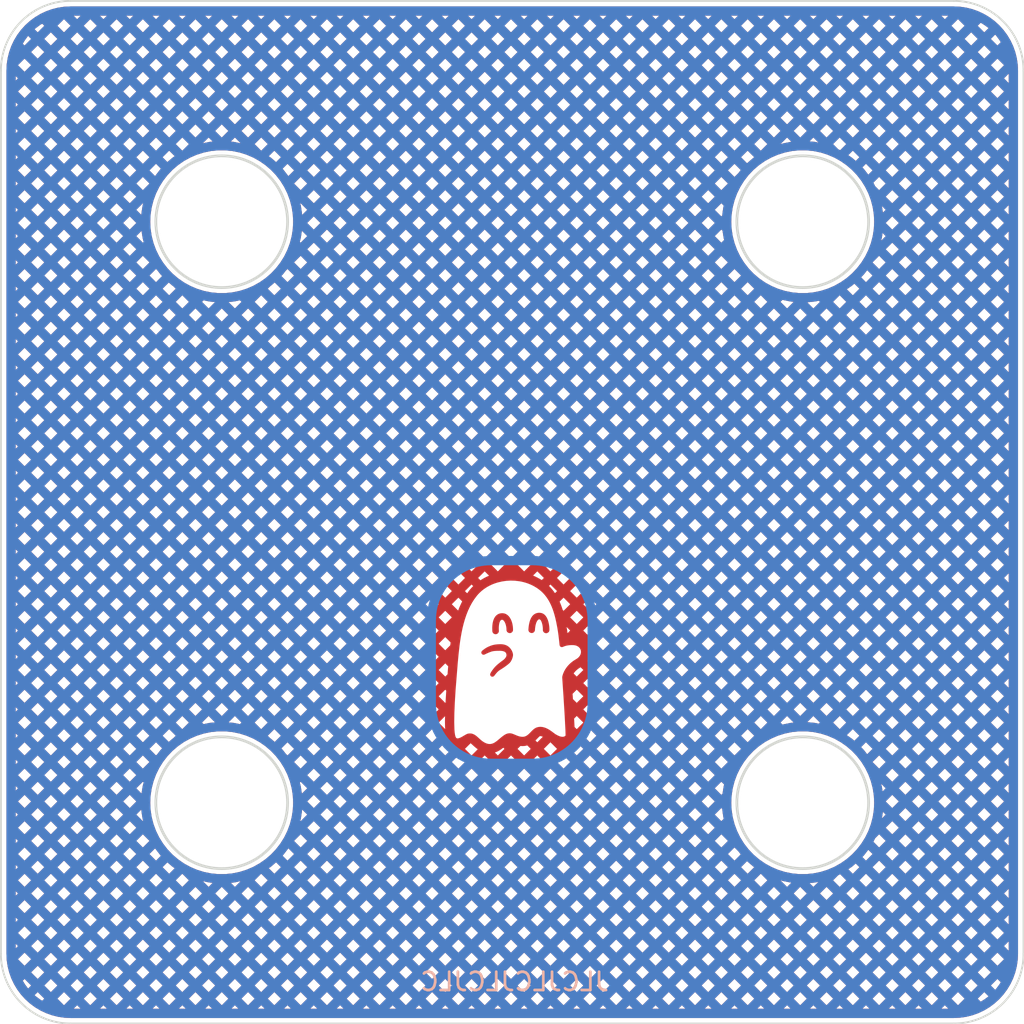
<source format=kicad_pcb>
(kicad_pcb (version 20221018) (generator pcbnew)
  (layers (0 "F.Cu" signal) (31 "B.Cu" signal) (34 "B.Paste" user) (35 "F.Paste" user) (36 "B.SilkS" user "B.Silkscreen") (37 "F.SilkS" user "F.Silkscreen") (38 "B.Mask" user) (39 "F.Mask" user) (44 "Edge.Cuts" user))
  (net 0 "")
  (gr_arc (start 168.275 99.06) (mid 165.580923 97.944077) (end 164.465 95.25) (stroke (width 0.1)) (layer "Edge.Cuts"))
  (gr_arc (start 220.345 95.25) (mid 219.229077 97.944077) (end 216.535 99.06) (stroke (width 0.1)) (layer "Edge.Cuts"))
  (gr_circle (center 208.28 86.995) (end 211.88 86.995) (stroke (width 0.15)) (fill none) (layer "Edge.Cuts"))
  (gr_line (start 168.275 43.18) (end 216.535 43.18) (stroke (width 0.1)) (layer "Edge.Cuts"))
  (gr_line (start 216.535 99.06) (end 168.275 99.06) (stroke (width 0.1)) (layer "Edge.Cuts"))
  (gr_circle (center 176.53 86.995) (end 180.13 86.995) (stroke (width 0.15)) (fill none) (layer "Edge.Cuts"))
  (gr_circle (center 176.53 55.245) (end 180.13 55.245) (stroke (width 0.15)) (fill none) (layer "Edge.Cuts"))
  (gr_arc (start 164.465 46.99) (mid 165.580923 44.295923) (end 168.275 43.18) (stroke (width 0.1)) (layer "Edge.Cuts"))
  (gr_circle (center 208.28 55.245) (end 211.88 55.245) (stroke (width 0.15)) (fill none) (layer "Edge.Cuts"))
  (gr_arc (start 216.535 43.18) (mid 219.229077 44.295923) (end 220.345 46.99) (stroke (width 0.1)) (layer "Edge.Cuts"))
  (gr_line (start 164.465 95.25) (end 164.465 46.99) (stroke (width 0.1)) (layer "Edge.Cuts"))
  (gr_line (start 220.345 46.99) (end 220.345 95.25) (stroke (width 0.1)) (layer "Edge.Cuts"))
  (gr_text "JLCJLCJLCJLC\n" (at 192.532 96.774) (layer "B.SilkS") (effects (font (size 1 1)) (justify mirror)))
  (zone (net 0) (net_name "") (layer "F.Cu") (connect_pads (clearance 0)) (min_thickness 0.25)
    (keepout (tracks not_allowed) (vias not_allowed) (pads not_allowed) (copperpour not_allowed) (footprints allowed))
    (fill (thermal_gap 0.5) (thermal_bridge_width 0.5) (island_removal_mode 1) (island_area_min 10))
    (polygon (pts (xy 192.557653 74.863903) (xy 192.792034 74.89158) (xy 192.907975 74.913114) (xy 193.022734 74.9398) (xy 193.136049 74.971658) (xy 193.247659 75.008702) (xy 193.357302 75.050951) (xy 193.464715 75.098423) (xy 193.569637 75.151133) (xy 193.671806 75.209099) (xy 193.770961 75.272338) (xy 193.866839 75.340868) (xy 193.983541 75.436448) (xy 194.090454 75.538847) (xy 194.188121 75.647547) (xy 194.277085 75.762031) (xy 194.357891 75.881782) (xy 194.431081 76.006281) (xy 194.4972 76.135012) (xy 194.556791 76.267457) (xy 194.610397 76.403098) (xy 194.658563 76.541419) (xy 194.701832 76.681901) (xy 194.740748 76.824028) (xy 194.775854 76.967281) (xy 194.807693 77.111143) (xy 194.863749 77.398625) (xy 194.886959 77.533294) (xy 194.907873 77.668372) (xy 194.926816 77.80378) (xy 194.944116 77.939437) (xy 194.975091 78.211171) (xy 195.003409 78.482927) (xy 195.006244 78.509672) (xy 195.008735 78.531694) (xy 195.010905 78.549405) (xy 195.012776 78.56322) (xy 195.01437 78.573552) (xy 195.015709 78.580816) (xy 195.016815 78.585424) (xy 195.017288 78.586862) (xy 195.017711 78.587791) (xy 195.018087 78.588264) (xy 195.018419 78.588331) (xy 195.018709 78.588044) (xy 195.01896 78.587456) (xy 195.019358 78.58558) (xy 195.019633 78.583118) (xy 195.019959 78.575677) (xy 195.03048 78.566483) (xy 195.062406 78.542418) (xy 195.086566 78.526457) (xy 195.11628 78.508759) (xy 195.151617 78.489981) (xy 195.192644 78.470783) (xy 195.239429 78.451825) (xy 195.292041 78.433767) (xy 195.350546 78.417268) (xy 195.415014 78.402988) (xy 195.485511 78.391586) (xy 195.562105 78.383723) (xy 195.644865 78.380057) (xy 195.733857 78.381248) (xy 195.778752 78.384591) (xy 195.821288 78.390689) (xy 195.861443 78.399398) (xy 195.899194 78.41058) (xy 195.934519 78.424093) (xy 195.967393 78.439797) (xy 195.997796 78.457549) (xy 196.025702 78.477211) (xy 196.051091 78.498641) (xy 196.073939 78.521697) (xy 196.094222 78.54624) (xy 196.111919 78.572129) (xy 196.127006 78.599222) (xy 196.139461 78.62738) (xy 196.149261 78.65646) (xy 196.156382 78.686323) (xy 196.160802 78.716827) (xy 196.162499 78.747832) (xy 196.161448 78.779197) (xy 196.157629 78.810781) (xy 196.151016 78.842443) (xy 196.141589 78.874043) (xy 196.129323 78.90544) (xy 196.114197 78.936493) (xy 196.096186 78.96706) (xy 196.075269 78.997002) (xy 196.051423 79.026178) (xy 196.024624 79.054446) (xy 195.99485 79.081666) (xy 195.962078 79.107697) (xy 195.926285 79.132399) (xy 195.887448 79.15563) (xy 195.815658 79.197917) (xy 195.746473 79.243428) (xy 195.680042 79.292001) (xy 195.616516 79.343473) (xy 195.556046 79.397681) (xy 195.498782 79.454464) (xy 195.444874 79.513658) (xy 195.394474 79.575102) (xy 195.34773 79.638632) (xy 195.304794 79.704087) (xy 195.265817 79.771304) (xy 195.230948 79.840121) (xy 195.200339 79.910374) (xy 195.174139 79.981902) (xy 195.152498 80.054543) (xy 195.135569 80.128133) (xy 195.211473 81.259249) (xy 195.274351 82.284325) (xy 195.31323 83.032) (xy 195.320242 83.248262) (xy 195.32004 83.307628) (xy 195.317139 83.330914) (xy 195.301672 83.345077) (xy 195.285272 83.357237) (xy 195.268006 83.367472) (xy 195.249938 83.375865) (xy 195.231133 83.382494) (xy 195.211656 83.387439) (xy 195.191573 83.390782) (xy 195.170947 83.392602) (xy 195.149844 83.392978) (xy 195.128329 83.391992) (xy 195.106467 83.389724) (xy 195.084323 83.386252) (xy 195.061962 83.381659) (xy 195.039449 83.376023) (xy 194.994226 83.361945) (xy 194.949176 83.344659) (xy 194.904816 83.324806) (xy 194.861668 83.303028) (xy 194.820252 83.279965) (xy 194.781087 83.256257) (xy 194.744693 83.232547) (xy 194.71159 83.209475) (xy 194.682298 83.187682) (xy 194.593109 83.120112) (xy 194.494705 83.050655) (xy 194.442356 83.016779) (xy 194.388072 82.984302) (xy 194.331978 82.953848) (xy 194.274196 82.926041) (xy 194.21485 82.901505) (xy 194.154064 82.880863) (xy 194.09196 82.864738) (xy 194.060452 82.858565) (xy 194.028661 82.853756) (xy 193.996603 82.850387) (xy 193.964292 82.848538) (xy 193.931745 82.848286) (xy 193.898976 82.849709) (xy 193.866 82.852886) (xy 193.832835 82.857894) (xy 193.799494 82.86481) (xy 193.765993 82.873714) (xy 193.735828 82.883816) (xy 193.7068 82.895826) (xy 193.678824 82.909594) (xy 193.651812 82.924967) (xy 193.625677 82.941794) (xy 193.600334 82.959924) (xy 193.575695 82.979205) (xy 193.551673 82.999485) (xy 193.505135 83.042438) (xy 193.460028 83.08757) (xy 193.37133 83.179526) (xy 193.326353 83.223925) (xy 193.280032 83.265655) (xy 193.256151 83.285141) (xy 193.231674 83.303504) (xy 193.206514 83.320595) (xy 193.180585 83.336261) (xy 193.1538 83.35035) (xy 193.126072 83.362712) (xy 193.097315 83.373194) (xy 193.067442 83.381645) (xy 193.036366 83.387914) (xy 193.004001 83.39185) (xy 192.97026 83.393299) (xy 192.935056 83.392112) (xy 192.89767 83.388543) (xy 192.861601 83.383331) (xy 192.826758 83.376648) (xy 192.79305 83.368665) (xy 192.760387 83.359556) (xy 192.728677 83.349492) (xy 192.667758 83.327186) (xy 192.55338 83.278686) (xy 192.498472 83.255244) (xy 192.444116 83.234176) (xy 192.389589 83.216858) (xy 192.362035 83.210036) (xy 192.334166 83.204668) (xy 192.305891 83.200925) (xy 192.27712 83.19898) (xy 192.247763 83.199006) (xy 192.217728 83.201173) (xy 192.186926 83.205654) (xy 192.155265 83.212622) (xy 192.122654 83.222247) (xy 192.089004 83.234703) (xy 192.054224 83.250161) (xy 192.018222 83.268793) (xy 191.980909 83.290772) (xy 191.942193 83.316269) (xy 191.872133 83.367396) (xy 191.805169 83.420477) (xy 191.67802 83.527556) (xy 191.616582 83.579083) (xy 191.555732 83.62762) (xy 191.494844 83.671932) (xy 191.43329 83.710782) (xy 191.402068 83.727773) (xy 191.370445 83.742935) (xy 191.338342 83.756114) (xy 191.305681 83.767155) (xy 191.272384 83.775904) (xy 191.238371 83.782206) (xy 191.203566 83.785907) (xy 191.167889 83.786852) (xy 191.131262 83.784887) (xy 191.093607 83.779857) (xy 191.054846 83.771609) (xy 191.0149 83.759986) (xy 190.97369 83.744836) (xy 190.931139 83.726003) (xy 190.887168 83.703333) (xy 190.841699 83.676671) (xy 190.812682 83.657934) (xy 190.784517 83.638365) (xy 190.730439 83.597184) (xy 190.678858 83.554037) (xy 190.629165 83.509831) (xy 190.533013 83.421869) (xy 190.48534 83.379929) (xy 190.437124 83.340558) (xy 190.387759 83.304664) (xy 190.362455 83.288304) (xy 190.336637 83.273154) (xy 190.310226 83.259327) (xy 190.283149 83.246936) (xy 190.255328 83.236095) (xy 190.226689 83.226916) (xy 190.197154 83.219515) (xy 190.166648 83.214003) (xy 190.135096 83.210495) (xy 190.10242 83.209103) (xy 190.068546 83.209942) (xy 190.033396 83.213124) (xy 189.996896 83.218763) (xy 189.958969 83.226972) (xy 189.947009 83.23059) (xy 189.933543 83.235832) (xy 189.902501 83.250624) (xy 189.866661 83.270208) (xy 189.82684 83.293446) (xy 189.738521 83.346326) (xy 189.691657 83.373689) (xy 189.644079 83.400149) (xy 189.596604 83.424566) (xy 189.55005 83.445801) (xy 189.505233 83.462715) (xy 189.483731 83.469195) (xy 189.46297 83.474168) (xy 189.443051 83.477491) (xy 189.424078 83.479022) (xy 189.406151 83.478618) (xy 189.389373 83.476137) (xy 189.373847 83.471436) (xy 189.359674 83.464374) (xy 189.346956 83.454807) (xy 189.335796 83.442594) (xy 189.304475 83.379673) (xy 189.279358 83.282514) (xy 189.260175 83.152969) (xy 189.246656 82.992888) (xy 189.23553 82.588525) (xy 189.243821 82.08424) (xy 189.269368 81.494844) (xy 189.310012 80.835148) (xy 189.427951 79.364109) (xy 189.466195 78.954723) (xy 190.494008 78.954723) (xy 190.620247 79.08996) (xy 190.635429 79.074765) (xy 190.653216 79.058644) (xy 190.673453 79.041723) (xy 190.695985 79.024127) (xy 190.720657 79.005982) (xy 190.747313 78.987413) (xy 190.80596 78.949509) (xy 190.870685 78.911416) (xy 190.940248 78.874142) (xy 190.976455 78.856125) (xy 191.013407 78.838689) (xy 191.050947 78.821959) (xy 191.088922 78.806062) (xy 191.218727 78.753686) (xy 191.247233 78.743395) (xy 191.275682 78.734161) (xy 191.304832 78.725955) (xy 191.335443 78.718745) (xy 191.368276 78.7125) (xy 191.40409 78.707189) (xy 191.443645 78.70278) (xy 191.487701 78.699243) (xy 191.537018 78.696546) (xy 191.592355 78.694659) (xy 191.72413 78.693186) (xy 191.759751 78.693752) (xy 191.792986 78.695411) (xy 191.823918 78.698103) (xy 191.852629 78.701767) (xy 191.879202 78.706343) (xy 191.903718 78.711771) (xy 191.92626 78.71799) (xy 191.946911 78.724941) (xy 191.965752 78.732564) (xy 191.982866 78.740797) (xy 191.998335 78.749582) (xy 192.012241 78.758857) (xy 192.024667 78.768563) (xy 192.035695 78.778639) (xy 192.045407 78.789025) (xy 192.053886 78.799662) (xy 192.061213 78.810488) (xy 192.067471 78.821444) (xy 192.072743 78.832469) (xy 192.07711 78.843503) (xy 192.080655 78.854486) (xy 192.08346 78.865359) (xy 192.085608 78.876059) (xy 192.08718 78.886529) (xy 192.088927 78.906532) (xy 192.08936 78.924886) (xy 192.088916 78.954723) (xy 192.088646 78.960959) (xy 192.087846 78.967506) (xy 192.086536 78.974342) (xy 192.084736 78.981445) (xy 192.079741 78.996365) (xy 192.073015 79.012092) (xy 192.064712 79.02845) (xy 192.054986 79.045264) (xy 192.04399 79.06236) (xy 192.03188 79.079563) (xy 192.018809 79.096697) (xy 192.00493 79.113588) (xy 191.990399 79.130061) (xy 191.975368 79.145941) (xy 191.959992 79.161052) (xy 191.944425 79.175221) (xy 191.928821 79.188272) (xy 191.913334 79.200029) (xy 191.854754 79.242018) (xy 191.825197 79.26355) (xy 191.793272 79.287401) (xy 191.757337 79.315041) (xy 191.715749 79.34794) (xy 191.666867 79.387569) (xy 191.609046 79.435399) (xy 191.578472 79.461591) (xy 191.549542 79.487712) (xy 191.522185 79.513705) (xy 191.496331 79.539515) (xy 191.47191 79.565086) (xy 191.448852 79.590363) (xy 191.427087 79.615289) (xy 191.406545 79.639809) (xy 191.387157 79.663868) (xy 191.368851 79.687409) (xy 191.335208 79.732716) (xy 191.305057 79.775286) (xy 191.277836 79.814673) (xy 191.25999 79.842093) (xy 191.241039 79.87416) (xy 191.220984 79.910873) (xy 191.199825 79.952231) (xy 191.177561 79.998236) (xy 191.154192 80.048886) (xy 191.129719 80.104183) (xy 191.104142 80.164126) (xy 191.261234 80.264548) (xy 191.36424 80.133033) (xy 191.471178 79.99753) (xy 191.509602 79.949549) (xy 191.544387 79.907836) (xy 191.560972 79.888911) (xy 191.577316 79.871053) (xy 191.593644 79.854092) (xy 191.610176 79.837863) (xy 191.627138 79.822197) (xy 191.644751 79.806928) (xy 191.663239 79.791889) (xy 191.682825 79.776912) (xy 191.703732 79.76183) (xy 191.726184 79.746476) (xy 191.750402 79.730682) (xy 191.776611 79.714282) (xy 191.832826 79.679174) (xy 191.891652 79.64121) (xy 191.952033 79.600878) (xy 192.012914 79.558667) (xy 192.073239 79.515066) (xy 192.131953 79.470563) (xy 192.188 79.425645) (xy 192.240323 79.380803) (xy 192.252676 79.369308) (xy 192.26468 79.357173) (xy 192.287627 79.331166) (xy 192.309141 79.303139) (xy 192.3292 79.273448) (xy 192.347783 79.242452) (xy 192.364866 79.210507) (xy 192.380427 79.177972) (xy 192.394445 79.145203) (xy 192.406897 79.112558) (xy 192.417761 79.080394) (xy 192.427014 79.049069) (xy 192.434635 79.01894) (xy 192.440601 78.990365) (xy 192.44489 78.963701) (xy 192.44748 78.939305) (xy 192.448348 78.917535) (xy 192.447501 78.896046) (xy 192.444922 78.872425) (xy 192.440552 78.846924) (xy 192.43433 78.819796) (xy 192.426198 78.791295) (xy 192.416096 78.761673) (xy 192.403965 78.731183) (xy 192.389746 78.700078) (xy 192.373379 78.668612) (xy 192.354805 78.637037) (xy 192.333965 78.605606) (xy 192.310799 78.574572) (xy 192.285248 78.544188) (xy 192.257253 78.514708) (xy 192.226754 78.486383) (xy 192.210548 78.472733) (xy 192.193693 78.459467) (xy 192.166257 78.439952) (xy 192.138193 78.422486) (xy 192.109674 78.406961) (xy 192.080875 78.393267) (xy 192.051968 78.381296) (xy 192.023128 78.370938) (xy 191.994528 78.362085) (xy 191.966342 78.354627) (xy 191.938744 78.348454) (xy 191.911908 78.343459) (xy 191.886006 78.339532) (xy 191.861214 78.336563) (xy 191.837705 78.334444) (xy 191.815652 78.333065) (xy 191.776611 78.332093) (xy 191.712446 78.332855) (xy 191.652539 78.335083) (xy 191.596581 78.338694) (xy 191.544267 78.343605) (xy 191.495289 78.349733) (xy 191.449341 78.356994) (xy 191.406115 78.365305) (xy 191.365304 78.374582) (xy 191.326601 78.384742) (xy 191.289699 78.395701) (xy 191.254292 78.407376) (xy 191.220071 78.419684) (xy 191.153964 78.445864) (xy 191.088922 78.473573) (xy 191.054926 78.489592) (xy 191.018548 78.509159) (xy 190.980206 78.531915) (xy 190.940321 78.557501) (xy 190.899312 78.585559) (xy 190.857598 78.61573) (xy 190.815599 78.647655) (xy 190.773735 78.680975) (xy 190.732424 78.715332) (xy 190.692088 78.750367) (xy 190.653144 78.785721) (xy 190.616014 78.821035) (xy 190.581115 78.855951) (xy 190.548868 78.890111) (xy 190.519693 78.923154) (xy 190.494008 78.954723) (xy 189.466195 78.954723) (xy 189.47127 78.9004) (xy 189.525188 78.418377) (xy 189.558358 78.17354) (xy 189.596864 77.927775) (xy 189.6416 77.682301) (xy 189.68324 77.48641) (xy 191.313863 77.48641) (xy 191.315469 77.553171) (xy 191.319037 77.619893) (xy 191.319888 77.629047) (xy 191.321188 77.63805) (xy 191.322923 77.646891) (xy 191.325083 77.65556) (xy 191.327655 77.664046) (xy 191.330628 77.67234) (xy 191.333989 77.68043) (xy 191.337726 77.688306) (xy 191.341827 77.695958) (xy 191.346282 77.703375) (xy 191.351076 77.710547) (xy 191.3562 77.717464) (xy 191.36164 77.724114) (xy 191.367384 77.730488) (xy 191.373422 77.736575) (xy 191.37974 77.742365) (xy 191.386327 77.747847) (xy 191.39317 77.753011) (xy 191.400259 77.757846) (xy 191.407581 77.762341) (xy 191.415124 77.766488) (xy 191.422876 77.770274) (xy 191.430825 77.77369) (xy 191.438959 77.776725) (xy 191.447266 77.779369) (xy 191.455735 77.781611) (xy 191.464353 77.783441) (xy 191.473108 77.784848) (xy 191.481989 77.785822) (xy 191.490983 77.786353) (xy 191.500078 77.78643) (xy 191.509263 77.786042) (xy 191.518417 77.78519) (xy 191.52742 77.783891) (xy 191.536261 77.782155) (xy 191.54493 77.779995) (xy 191.553416 77.777423) (xy 191.56171 77.774451) (xy 191.5698 77.77109) (xy 191.577676 77.767353) (xy 191.585328 77.763251) (xy 191.592745 77.758797) (xy 191.599917 77.754002) (xy 191.606834 77.748879) (xy 191.613484 77.743439) (xy 191.619858 77.737695) (xy 191.625945 77.731657) (xy 191.631735 77.725339) (xy 191.637217 77.718752) (xy 191.642381 77.711908) (xy 191.647216 77.70482) (xy 191.651711 77.697498) (xy 191.655858 77.689955) (xy 191.659644 77.682203) (xy 191.66306 77.674254) (xy 191.666095 77.66612) (xy 191.668739 77.657813) (xy 191.670981 77.649344) (xy 191.672811 77.640726) (xy 191.674218 77.631971) (xy 191.675192 77.62309) (xy 191.675723 77.614096) (xy 191.6758 77.605001) (xy 191.675412 77.595815) (xy 191.672229 77.534915) (xy 191.671006 77.475977) (xy 191.671704 77.419249) (xy 191.674287 77.364982) (xy 191.678716 77.313425) (xy 191.681612 77.288741) (xy 191.684955 77.264828) (xy 191.68874 77.241717) (xy 191.692964 77.219439) (xy 191.697621 77.198026) (xy 191.702707 77.177509) (xy 191.708217 77.157918) (xy 191.714146 77.139286) (xy 191.72049 77.121643) (xy 191.727243 77.105021) (xy 191.734402 77.08945) (xy 191.741961 77.074962) (xy 191.749916 77.061588) (xy 191.758262 77.049359) (xy 191.766994 77.038307) (xy 191.776108 77.028462) (xy 191.785599 77.019856) (xy 191.795462 77.01252) (xy 191.805692 77.006485) (xy 191.816285 77.001783) (xy 191.827237 76.998443) (xy 191.838541 76.996499) (xy 191.850379 76.996071) (xy 191.862199 76.997304) (xy 191.873976 77.000146) (xy 191.885688 77.004544) (xy 191.897311 77.010447) (xy 191.908822 77.017802) (xy 191.920197 77.026556) (xy 191.931414 77.036659) (xy 191.953275 77.060698) (xy 191.974218 77.089502) (xy 191.994057 77.122653) (xy 192.012603 77.159734) (xy 192.029669 77.200327) (xy 192.045067 77.244014) (xy 192.058611 77.290379) (xy 192.070113 77.339003) (xy 192.079385 77.389469) (xy 192.08624 77.44136) (xy 192.09049 77.494258) (xy 192.091949 77.547746) (xy 192.092181 77.556936) (xy 192.092871 77.566006) (xy 192.094006 77.574944) (xy 192.095577 77.583739) (xy 192.097571 77.592379) (xy 192.099978 77.600854) (xy 192.102786 77.609152) (xy 192.105983 77.617263) (xy 192.10956 77.625174) (xy 192.113504 77.632874) (xy 192.117804 77.640353) (xy 192.12245 77.647599) (xy 192.127429 77.654601) (xy 192.132731 77.661348) (xy 192.138344 77.667828) (xy 192.144258 77.674031) (xy 192.15046 77.679944) (xy 192.15694 77.685558) (xy 192.163687 77.690859) (xy 192.170689 77.695839) (xy 192.177935 77.700484) (xy 192.185414 77.704784) (xy 192.193115 77.708728) (xy 192.201026 77.712305) (xy 192.209136 77.715503) (xy 192.217434 77.71831) (xy 192.225909 77.720717) (xy 192.234549 77.722711) (xy 192.243344 77.724282) (xy 192.252282 77.725418) (xy 192.261352 77.726107) (xy 192.270542 77.72634) (xy 192.279733 77.726107) (xy 192.288803 77.725418) (xy 192.29774 77.724282) (xy 192.306535 77.722711) (xy 192.315176 77.720717) (xy 192.323651 77.71831) (xy 192.331949 77.715503) (xy 192.340059 77.712305) (xy 192.34797 77.708728) (xy 192.355671 77.704784) (xy 192.36315 77.700484) (xy 192.370396 77.695839) (xy 192.377398 77.690859) (xy 192.384145 77.685558) (xy 192.390625 77.679944) (xy 192.396827 77.674031) (xy 192.402741 77.667828) (xy 192.408354 77.661348) (xy 192.413656 77.654601) (xy 192.418635 77.647599) (xy 192.423281 77.640353) (xy 192.427581 77.632874) (xy 192.431525 77.625174) (xy 192.435102 77.617263) (xy 192.438299 77.609152) (xy 192.441107 77.600854) (xy 192.443514 77.592379) (xy 192.445508 77.583739) (xy 192.447079 77.574944) (xy 192.448214 77.566006) (xy 192.448904 77.556936) (xy 192.449136 77.547746) (xy 192.44901 77.543342) (xy 193.289749 77.543342) (xy 193.289926 77.552436) (xy 193.290557 77.561424) (xy 193.291629 77.570293) (xy 193.293134 77.579032) (xy 193.295059 77.587629) (xy 193.297395 77.596072) (xy 193.30013 77.60435) (xy 193.303255 77.61245) (xy 193.306759 77.62036) (xy 193.310631 77.62807) (xy 193.314861 77.635566) (xy 193.319438 77.642838) (xy 193.324351 77.649872) (xy 193.329591 77.656658) (xy 193.335145 77.663184) (xy 193.341005 77.669438) (xy 193.347158 77.675407) (xy 193.353595 77.681081) (xy 193.360306 77.686447) (xy 193.367279 77.691493) (xy 193.374503 77.696208) (xy 193.38197 77.700579) (xy 193.389667 77.704596) (xy 193.397584 77.708246) (xy 193.405711 77.711516) (xy 193.414036 77.714397) (xy 193.422551 77.716875) (xy 193.431243 77.718938) (xy 193.440103 77.720576) (xy 193.449119 77.721775) (xy 193.458282 77.722525) (xy 193.467471 77.722811) (xy 193.476565 77.722633) (xy 193.485553 77.722003) (xy 193.494422 77.72093) (xy 193.503161 77.719426) (xy 193.511759 77.717501) (xy 193.520202 77.715165) (xy 193.528479 77.712429) (xy 193.536579 77.709304) (xy 193.54449 77.7058) (xy 193.552199 77.701928) (xy 193.559696 77.697698) (xy 193.566967 77.693121) (xy 193.574002 77.688208) (xy 193.580788 77.682969) (xy 193.587314 77.677414) (xy 193.593567 77.671555) (xy 193.599537 77.665401) (xy 193.60521 77.658964) (xy 193.610576 77.652253) (xy 193.615622 77.645281) (xy 193.620337 77.638056) (xy 193.624709 77.63059) (xy 193.628725 77.622893) (xy 193.632375 77.614975) (xy 193.635646 77.606849) (xy 193.638526 77.598523) (xy 193.641004 77.590008) (xy 193.643068 77.581316) (xy 193.644705 77.572456) (xy 193.645905 77.56344) (xy 193.646655 77.554277) (xy 193.648687 77.522867) (xy 193.6512 77.492009) (xy 193.654182 77.461734) (xy 193.657621 77.432072) (xy 193.661505 77.403052) (xy 193.665822 77.374705) (xy 193.67056 77.347061) (xy 193.675706 77.320149) (xy 193.68125 77.294) (xy 193.687178 77.268644) (xy 193.693479 77.244109) (xy 193.700141 77.220428) (xy 193.707151 77.197628) (xy 193.714498 77.175742) (xy 193.72217 77.154797) (xy 193.730155 77.134825) (xy 193.73844 77.115856) (xy 193.747013 77.097918) (xy 193.755864 77.081043) (xy 193.764978 77.06526) (xy 193.774346 77.0506) (xy 193.783953 77.037091) (xy 193.793789 77.024765) (xy 193.803842 77.013651) (xy 193.814099 77.003779) (xy 193.824548 76.99518) (xy 193.835177 76.987882) (xy 193.845975 76.981916) (xy 193.856929 76.977313) (xy 193.868028 76.974101) (xy 193.879258 76.972312) (xy 193.890609 76.971974) (xy 193.900269 76.973235) (xy 193.90986 76.976293) (xy 193.919366 76.981076) (xy 193.928767 76.987512) (xy 193.938048 76.995529) (xy 193.947192 77.005056) (xy 193.964995 77.028349) (xy 193.982039 77.056817) (xy 193.998185 77.089882) (xy 194.013295 77.126971) (xy 194.02723 77.167508) (xy 194.039853 77.210917) (xy 194.051024 77.256622) (xy 194.060606 77.304048) (xy 194.06846 77.35262) (xy 194.074448 77.401763) (xy 194.078431 77.4509) (xy 194.08027 77.499457) (xy 194.079829 77.546857) (xy 194.07974 77.55605) (xy 194.080113 77.565138) (xy 194.080936 77.57411) (xy 194.082199 77.582955) (xy 194.08389 77.591659) (xy 194.086 77.600213) (xy 194.088516 77.608604) (xy 194.091429 77.616821) (xy 194.094727 77.624852) (xy 194.0984 77.632686) (xy 194.102437 77.64031) (xy 194.106826 77.647714) (xy 194.111558 77.654886) (xy 194.116621 77.661813) (xy 194.122005 77.668485) (xy 194.127699 77.674891) (xy 194.133691 77.681017) (xy 194.139971 77.686853) (xy 194.146529 77.692387) (xy 194.153353 77.697608) (xy 194.160432 77.702503) (xy 194.167757 77.707062) (xy 194.175315 77.711272) (xy 194.183096 77.715122) (xy 194.19109 77.718601) (xy 194.199285 77.721697) (xy 194.207671 77.724398) (xy 194.216236 77.726692) (xy 194.224971 77.728569) (xy 194.233864 77.730016) (xy 194.242904 77.731022) (xy 194.252081 77.731575) (xy 194.261274 77.731663) (xy 194.270362 77.731291) (xy 194.279334 77.730467) (xy 194.288178 77.729205) (xy 194.296883 77.727513) (xy 194.305437 77.725404) (xy 194.313828 77.722887) (xy 194.322045 77.719975) (xy 194.330076 77.716676) (xy 194.33791 77.713004) (xy 194.345534 77.708967) (xy 194.352938 77.704577) (xy 194.36011 77.699845) (xy 194.367037 77.694782) (xy 194.373709 77.689399) (xy 194.380114 77.683705) (xy 194.386241 77.677713) (xy 194.392077 77.671432) (xy 194.397611 77.664875) (xy 194.402832 77.658051) (xy 194.407727 77.650971) (xy 194.412286 77.643647) (xy 194.416496 77.636089) (xy 194.420347 77.628307) (xy 194.423825 77.620314) (xy 194.426921 77.612119) (xy 194.429622 77.603733) (xy 194.431917 77.595167) (xy 194.433793 77.586433) (xy 194.43524 77.57754) (xy 194.436246 77.5685) (xy 194.436799 77.559323) (xy 194.437236 77.509337) (xy 194.435275 77.453863) (xy 194.430907 77.394164) (xy 194.424128 77.331502) (xy 194.414931 77.267141) (xy 194.403309 77.202342) (xy 194.389256 77.138368) (xy 194.381315 77.107085) (xy 194.372765 77.076482) (xy 194.357078 77.026775) (xy 194.339754 76.979266) (xy 194.320752 76.934081) (xy 194.300034 76.891346) (xy 194.277559 76.851184) (xy 194.253287 76.813721) (xy 194.240466 76.796041) (xy 194.22718 76.779082) (xy 194.213426 76.76286) (xy 194.199198 76.747391) (xy 194.184491 76.73269) (xy 194.169301 76.718774) (xy 194.153622 76.705657) (xy 194.137449 76.693355) (xy 194.120778 76.681884) (xy 194.103603 76.67126) (xy 194.08592 76.661497) (xy 194.067724 76.652612) (xy 194.049009 76.644621) (xy 194.02977 76.637538) (xy 194.010004 76.63138) (xy 193.989704 76.626162) (xy 193.968867 76.6219) (xy 193.947486 76.618609) (xy 193.925557 76.616305) (xy 193.903075 76.615004) (xy 193.864981 76.614878) (xy 193.828302 76.617173) (xy 193.793016 76.621833) (xy 193.759105 76.628802) (xy 193.72655 76.638024) (xy 193.695331 76.649443) (xy 193.665431 76.663003) (xy 193.636828 76.678648) (xy 193.609504 76.696322) (xy 193.583441 76.71597) (xy 193.558618 76.737535) (xy 193.535017 76.760961) (xy 193.512619 76.786192) (xy 193.491404 76.813173) (xy 193.452446 76.872158) (xy 193.417993 76.937469) (xy 193.387889 77.008658) (xy 193.361982 77.085277) (xy 193.340119 77.166878) (xy 193.322146 77.253014) (xy 193.30791 77.343237) (xy 193.297257 77.437099) (xy 193.290035 77.534153) (xy 193.289749 77.543342) (xy 192.44901 77.543342) (xy 192.446584 77.458796) (xy 192.43893 77.370547) (xy 192.433193 77.326928) (xy 192.426183 77.283773) (xy 192.417902 77.241181) (xy 192.40835 77.199246) (xy 192.397529 77.158067) (xy 192.385439 77.117739) (xy 192.37208 77.078359) (xy 192.357455 77.040023) (xy 192.341564 77.002829) (xy 192.324407 76.966872) (xy 192.305986 76.93225) (xy 192.286302 76.899058) (xy 192.265356 76.867393) (xy 192.243148 76.837353) (xy 192.219679 76.809033) (xy 192.19495 76.78253) (xy 192.168963 76.75794) (xy 192.141718 76.735361) (xy 192.113215 76.714888) (xy 192.083457 76.696619) (xy 192.052443 76.680649) (xy 192.020175 76.667076) (xy 191.986654 76.655995) (xy 191.95188 76.647505) (xy 191.915855 76.6417) (xy 191.878579 76.638677) (xy 191.840053 76.638534) (xy 191.800279 76.641367) (xy 191.777994 76.64424) (xy 191.756279 76.647986) (xy 191.735131 76.652592) (xy 191.714547 76.658045) (xy 191.694523 76.664333) (xy 191.675056 76.671441) (xy 191.656142 76.679357) (xy 191.637779 76.688068) (xy 191.619963 76.697561) (xy 191.60269 76.707822) (xy 191.585958 76.718839) (xy 191.569763 76.730598) (xy 191.554102 76.743086) (xy 191.538971 76.756291) (xy 191.510288 76.784797) (xy 191.483687 76.81601) (xy 191.459142 76.849826) (xy 191.436627 76.886141) (xy 191.416115 76.92485) (xy 191.397579 76.965848) (xy 191.380994 77.00903) (xy 191.366332 77.054291) (xy 191.353568 77.101527) (xy 191.346595 77.131696) (xy 191.34035 77.162333) (xy 191.334812 77.193403) (xy 191.329966 77.224869) (xy 191.32227 77.288839) (xy 191.317118 77.353949) (xy 191.314365 77.419904) (xy 191.313863 77.48641) (xy 189.68324 77.48641) (xy 189.69346 77.438332) (xy 189.75334 77.197088) (xy 189.822136 76.959783) (xy 189.900741 76.727637) (xy 189.990052 76.501865) (xy 190.090963 76.283685) (xy 190.204369 76.074313) (xy 190.331166 75.874967) (xy 190.472248 75.686864) (xy 190.547948 75.599368) (xy 190.628227 75.516649) (xy 190.712822 75.438722) (xy 190.801472 75.365606) (xy 190.893915 75.297316) (xy 190.989888 75.233871) (xy 191.089131 75.175288) (xy 191.191381 75.121583) (xy 191.296377 75.072774) (xy 191.403857 75.028877) (xy 191.513558 74.989911) (xy 191.62522 74.955893) (xy 191.853375 74.902766) (xy 192.086229 74.869633) (xy 192.321687 74.856634)))
  )
  (zone (net 0) (net_name "") (layers "F&B.Cu") (connect_pads (clearance 0.254)) (min_thickness 0.25) (fill yes (mode hatch) (thermal_gap 0.5) (thermal_bridge_width 0.5) (island_removal_mode 1) (island_area_min 10) (hatch_thickness 0.508) (hatch_gap 0.508) (hatch_orientation 45) (hatch_border_algorithm hatch_thickness) (hatch_min_hole_area 0.3))
    (polygon (pts (xy 164.465 43.18) (xy 220.345 43.18) (xy 220.345 99.06) (xy 164.465 99.06)))
  )
  (zone (net 0) (net_name "") (layer "B.Cu") (connect_pads (clearance 0)) (min_thickness 0.25)
    (keepout (tracks not_allowed) (vias not_allowed) (pads not_allowed) (copperpour not_allowed) (footprints allowed))
    (fill (thermal_gap 0.5) (thermal_bridge_width 0.5) (island_removal_mode 1) (island_area_min 10))
    (polygon (pts (xy 193.609827 74.022145) (xy 193.69711 74.022145) (xy 193.783804 74.032278) (xy 193.870955 74.037354) (xy 193.956926 74.052512) (xy 194.043621 74.062646) (xy 194.128553 74.082775) (xy 194.214524 74.097934) (xy 194.298147 74.122969) (xy 194.383086 74.1431) (xy 194.465115 74.172956) (xy 194.548736 74.197991) (xy 194.628891 74.232566) (xy 194.710915 74.262421) (xy 194.788912 74.301592) (xy 194.869074 74.336171) (xy 194.944675 74.379819) (xy 195.022676 74.418993) (xy 195.095609 74.466961) (xy 195.171203 74.510606) (xy 195.241212 74.562726) (xy 195.314152 74.610699) (xy 195.381028 74.666815) (xy 195.451039 74.718936) (xy 195.514528 74.778835) (xy 195.581401 74.834948) (xy 195.641303 74.898441) (xy 195.704797 74.958344) (xy 195.760909 75.025216) (xy 195.820809 75.088706) (xy 195.872929 75.158716) (xy 195.929046 75.225593) (xy 195.977018 75.298532) (xy 196.029139 75.368542) (xy 196.072783 75.444135) (xy 196.120752 75.517069) (xy 196.159925 75.595069) (xy 196.203574 75.670671) (xy 196.238152 75.750832) (xy 196.277324 75.82883) (xy 196.307178 75.910853) (xy 196.341754 75.991009) (xy 196.366788 76.074629) (xy 196.396645 76.156659) (xy 196.416775 76.241597) (xy 196.441811 76.325221) (xy 196.456969 76.411191) (xy 196.477099 76.496124) (xy 196.487232 76.582818) (xy 196.502391 76.66879) (xy 196.507466 76.75594) (xy 196.5176 76.842635) (xy 196.5176 76.929918) (xy 196.522676 77.017069) (xy 196.522676 81.589069) (xy 196.5176 81.67622) (xy 196.5176 81.763503) (xy 196.507466 81.850197) (xy 196.502391 81.937348) (xy 196.487232 82.023319) (xy 196.477099 82.110014) (xy 196.456969 82.194946) (xy 196.441811 82.280917) (xy 196.416775 82.36454) (xy 196.396645 82.449479) (xy 196.366788 82.531508) (xy 196.341754 82.615129) (xy 196.307178 82.695284) (xy 196.277324 82.777308) (xy 196.238152 82.855305) (xy 196.203574 82.935467) (xy 196.159925 83.011068) (xy 196.120752 83.089069) (xy 196.072783 83.162002) (xy 196.029139 83.237596) (xy 195.977018 83.307605) (xy 195.929046 83.380545) (xy 195.872929 83.447421) (xy 195.820809 83.517432) (xy 195.760909 83.580921) (xy 195.704797 83.647794) (xy 195.641303 83.707696) (xy 195.581401 83.77119) (xy 195.514528 83.827302) (xy 195.451039 83.887202) (xy 195.381028 83.939322) (xy 195.314152 83.995439) (xy 195.241212 84.043411) (xy 195.171203 84.095532) (xy 195.095609 84.139176) (xy 195.022676 84.187145) (xy 194.944675 84.226318) (xy 194.869074 84.269967) (xy 194.788912 84.304545) (xy 194.710915 84.343717) (xy 194.628891 84.373571) (xy 194.548736 84.408147) (xy 194.465115 84.433181) (xy 194.383086 84.463038) (xy 194.298147 84.483168) (xy 194.214524 84.508204) (xy 194.128553 84.523362) (xy 194.043621 84.543492) (xy 193.956926 84.553625) (xy 193.870955 84.568784) (xy 193.783804 84.573859) (xy 193.69711 84.583993) (xy 193.609827 84.583993) (xy 193.522676 84.589069) (xy 191.236676 84.589069) (xy 191.149525 84.583993) (xy 191.062242 84.583993) (xy 190.975547 84.573859) (xy 190.888397 84.568784) (xy 190.802425 84.553625) (xy 190.715731 84.543492) (xy 190.630798 84.523362) (xy 190.544828 84.508204) (xy 190.461204 84.483168) (xy 190.376266 84.463038) (xy 190.294236 84.433181) (xy 190.210616 84.408147) (xy 190.13046 84.373571) (xy 190.048437 84.343717) (xy 189.970439 84.304545) (xy 189.890278 84.269967) (xy 189.814676 84.226318) (xy 189.736676 84.187145) (xy 189.663742 84.139176) (xy 189.588149 84.095532) (xy 189.518139 84.043411) (xy 189.4452 83.995439) (xy 189.378323 83.939322) (xy 189.308313 83.887202) (xy 189.244823 83.827302) (xy 189.177951 83.77119) (xy 189.118048 83.707696) (xy 189.054555 83.647794) (xy 188.998442 83.580921) (xy 188.938543 83.517432) (xy 188.886422 83.447421) (xy 188.830306 83.380545) (xy 188.782333 83.307605) (xy 188.730213 83.237596) (xy 188.686568 83.162002) (xy 188.6386 83.089069) (xy 188.599426 83.011068) (xy 188.555778 82.935467) (xy 188.521199 82.855305) (xy 188.482028 82.777308) (xy 188.452173 82.695284) (xy 188.417598 82.615129) (xy 188.392563 82.531508) (xy 188.362707 82.449479) (xy 188.342576 82.36454) (xy 188.317541 82.280917) (xy 188.302382 82.194946) (xy 188.282253 82.110014) (xy 188.272119 82.023319) (xy 188.256961 81.937348) (xy 188.251885 81.850197) (xy 188.241752 81.763503) (xy 188.241752 81.67622) (xy 188.236676 81.589069) (xy 188.236676 77.017069) (xy 188.241752 76.929918) (xy 188.241752 76.842635) (xy 188.251885 76.75594) (xy 188.256961 76.66879) (xy 188.272119 76.582818) (xy 188.282253 76.496124) (xy 188.302382 76.411191) (xy 188.317541 76.325221) (xy 188.342576 76.241597) (xy 188.362707 76.156659) (xy 188.392563 76.074629) (xy 188.417598 75.991009) (xy 188.452173 75.910853) (xy 188.482028 75.82883) (xy 188.521199 75.750832) (xy 188.555778 75.670671) (xy 188.599426 75.595069) (xy 188.6386 75.517069) (xy 188.686568 75.444135) (xy 188.730213 75.368542) (xy 188.782333 75.298532) (xy 188.830306 75.225593) (xy 188.886422 75.158716) (xy 188.938543 75.088706) (xy 188.998442 75.025216) (xy 189.054555 74.958344) (xy 189.118048 74.898441) (xy 189.177951 74.834948) (xy 189.244823 74.778835) (xy 189.308313 74.718936) (xy 189.378323 74.666815) (xy 189.4452 74.610699) (xy 189.518139 74.562726) (xy 189.588149 74.510606) (xy 189.663742 74.466961) (xy 189.736676 74.418993) (xy 189.814676 74.379819) (xy 189.890278 74.336171) (xy 189.970439 74.301592) (xy 190.048437 74.262421) (xy 190.13046 74.232566) (xy 190.210616 74.197991) (xy 190.294236 74.172956) (xy 190.376266 74.1431) (xy 190.461204 74.122969) (xy 190.544828 74.097934) (xy 190.630798 74.082775) (xy 190.715731 74.062646) (xy 190.802425 74.052512) (xy 190.888397 74.037354) (xy 190.975547 74.032278) (xy 191.062242 74.022145) (xy 191.149525 74.022145) (xy 191.236676 74.017069) (xy 193.522676 74.017069)))
  )
)
</source>
